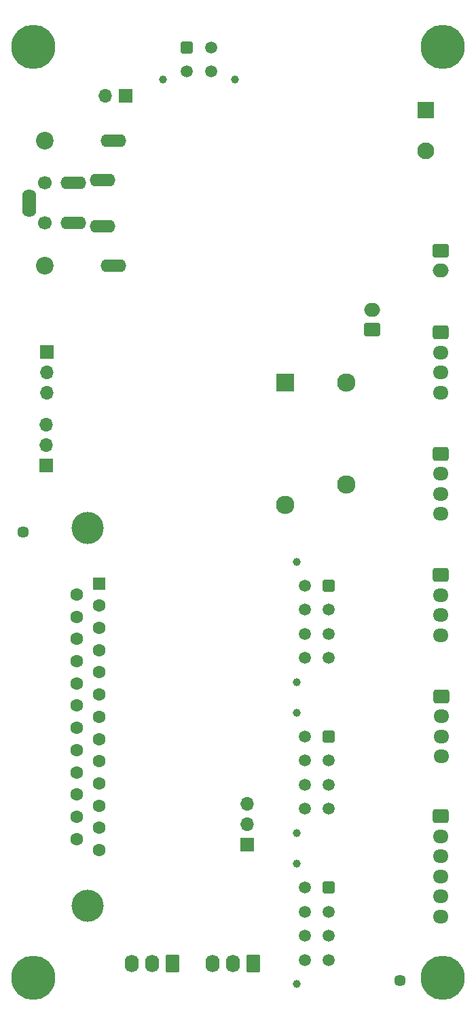
<source format=gbr>
%TF.GenerationSoftware,KiCad,Pcbnew,(6.0.4-0)*%
%TF.CreationDate,2022-05-22T20:42:40+12:00*%
%TF.ProjectId,controller,636f6e74-726f-46c6-9c65-722e6b696361,1.0*%
%TF.SameCoordinates,PX4900f70PY2ebae40*%
%TF.FileFunction,Soldermask,Bot*%
%TF.FilePolarity,Negative*%
%FSLAX46Y46*%
G04 Gerber Fmt 4.6, Leading zero omitted, Abs format (unit mm)*
G04 Created by KiCad (PCBNEW (6.0.4-0)) date 2022-05-22 20:42:40*
%MOMM*%
%LPD*%
G01*
G04 APERTURE LIST*
G04 Aperture macros list*
%AMRoundRect*
0 Rectangle with rounded corners*
0 $1 Rounding radius*
0 $2 $3 $4 $5 $6 $7 $8 $9 X,Y pos of 4 corners*
0 Add a 4 corners polygon primitive as box body*
4,1,4,$2,$3,$4,$5,$6,$7,$8,$9,$2,$3,0*
0 Add four circle primitives for the rounded corners*
1,1,$1+$1,$2,$3*
1,1,$1+$1,$4,$5*
1,1,$1+$1,$6,$7*
1,1,$1+$1,$8,$9*
0 Add four rect primitives between the rounded corners*
20,1,$1+$1,$2,$3,$4,$5,0*
20,1,$1+$1,$4,$5,$6,$7,0*
20,1,$1+$1,$6,$7,$8,$9,0*
20,1,$1+$1,$8,$9,$2,$3,0*%
G04 Aperture macros list end*
%ADD10C,1.000000*%
%ADD11RoundRect,0.250001X-0.499999X0.499999X-0.499999X-0.499999X0.499999X-0.499999X0.499999X0.499999X0*%
%ADD12C,1.500000*%
%ADD13R,1.700000X1.700000*%
%ADD14O,1.700000X1.700000*%
%ADD15R,2.100000X2.100000*%
%ADD16C,2.100000*%
%ADD17RoundRect,0.250001X-0.499999X-0.499999X0.499999X-0.499999X0.499999X0.499999X-0.499999X0.499999X0*%
%ADD18RoundRect,0.250000X-0.750000X0.600000X-0.750000X-0.600000X0.750000X-0.600000X0.750000X0.600000X0*%
%ADD19O,2.000000X1.700000*%
%ADD20RoundRect,0.250000X0.620000X0.845000X-0.620000X0.845000X-0.620000X-0.845000X0.620000X-0.845000X0*%
%ADD21O,1.740000X2.190000*%
%ADD22RoundRect,0.250000X-0.725000X0.600000X-0.725000X-0.600000X0.725000X-0.600000X0.725000X0.600000X0*%
%ADD23O,1.950000X1.700000*%
%ADD24RoundRect,0.250000X0.750000X-0.600000X0.750000X0.600000X-0.750000X0.600000X-0.750000X-0.600000X0*%
%ADD25C,5.500000*%
%ADD26C,2.300000*%
%ADD27R,2.300000X2.300000*%
%ADD28C,2.200000*%
%ADD29C,1.700000*%
%ADD30O,3.200000X1.600000*%
%ADD31O,1.750000X3.500000*%
%ADD32C,1.448000*%
%ADD33C,4.000000*%
%ADD34R,1.600000X1.600000*%
%ADD35C,1.600000*%
G04 APERTURE END LIST*
D10*
%TO.C,J12*%
X35871000Y-104790000D03*
X35871000Y-119790000D03*
D11*
X39811000Y-107790000D03*
D12*
X39811000Y-110790000D03*
X39811000Y-113790000D03*
X39811000Y-116790000D03*
X36811000Y-107790000D03*
X36811000Y-110790000D03*
X36811000Y-113790000D03*
X36811000Y-116790000D03*
%TD*%
D13*
%TO.C,JP4*%
X14500000Y-9150000D03*
D14*
X11960000Y-9150000D03*
%TD*%
D15*
%TO.C,J3*%
X51925000Y-10950000D03*
D16*
X51925000Y-16030000D03*
%TD*%
D10*
%TO.C,J2*%
X28150000Y-7060000D03*
X19150000Y-7060000D03*
D17*
X22150000Y-3120000D03*
D12*
X25150000Y-3120000D03*
X22150000Y-6120000D03*
X25150000Y-6120000D03*
%TD*%
D18*
%TO.C,J14*%
X53800000Y-28400000D03*
D19*
X53800000Y-30900000D03*
%TD*%
D13*
%TO.C,JP1*%
X29619000Y-102450000D03*
D14*
X29619000Y-99910000D03*
X29619000Y-97370000D03*
%TD*%
D20*
%TO.C,J16*%
X30400000Y-117250000D03*
D21*
X27860000Y-117250000D03*
X25320000Y-117250000D03*
%TD*%
D22*
%TO.C,J9*%
X53790000Y-68850000D03*
D23*
X53790000Y-71350000D03*
X53790000Y-73850000D03*
X53790000Y-76350000D03*
%TD*%
D24*
%TO.C,J13*%
X45250000Y-38300000D03*
D19*
X45250000Y-35800000D03*
%TD*%
D22*
%TO.C,J11*%
X53867500Y-83950000D03*
D23*
X53867500Y-86450000D03*
X53867500Y-88950000D03*
X53867500Y-91450000D03*
%TD*%
D25*
%TO.C,H4*%
X54000000Y-119000000D03*
%TD*%
D22*
%TO.C,J6*%
X53790000Y-53722000D03*
D23*
X53790000Y-56222000D03*
X53790000Y-58722000D03*
X53790000Y-61222000D03*
%TD*%
D22*
%TO.C,J5*%
X53790000Y-98896000D03*
D23*
X53790000Y-101396000D03*
X53790000Y-103896000D03*
X53790000Y-106396000D03*
X53790000Y-108896000D03*
X53790000Y-111396000D03*
%TD*%
D26*
%TO.C,K1*%
X42020000Y-44825000D03*
X42000000Y-57525000D03*
X34400000Y-60065000D03*
D27*
X34400000Y-44825000D03*
%TD*%
D10*
%TO.C,J10*%
X35871000Y-100972000D03*
X35871000Y-85972000D03*
D11*
X39811000Y-88972000D03*
D12*
X39811000Y-91972000D03*
X39811000Y-94972000D03*
X39811000Y-97972000D03*
X36811000Y-88972000D03*
X36811000Y-91972000D03*
X36811000Y-94972000D03*
X36811000Y-97972000D03*
%TD*%
D28*
%TO.C,J1*%
X4450000Y-30300000D03*
D29*
X4450000Y-25000000D03*
D28*
X4450000Y-14700000D03*
D29*
X4450000Y-20000000D03*
D30*
X11600000Y-25400000D03*
X7950000Y-25000000D03*
X7950000Y-20000000D03*
X11600000Y-19600000D03*
X12950000Y-14700000D03*
D31*
X2450000Y-22500000D03*
D30*
X12950000Y-30300000D03*
%TD*%
D13*
%TO.C,JP2*%
X4600000Y-55150000D03*
D14*
X4600000Y-52610000D03*
X4600000Y-50070000D03*
%TD*%
D10*
%TO.C,J7*%
X35871000Y-67176000D03*
X35871000Y-82176000D03*
D11*
X39811000Y-70176000D03*
D12*
X39811000Y-73176000D03*
X39811000Y-76176000D03*
X39811000Y-79176000D03*
X36811000Y-70176000D03*
X36811000Y-73176000D03*
X36811000Y-76176000D03*
X36811000Y-79176000D03*
%TD*%
D32*
%TO.C,TH2*%
X48710000Y-119380000D03*
%TD*%
D33*
%TO.C,J4*%
X9784331Y-110055000D03*
X9784331Y-62955000D03*
D34*
X11204331Y-69885000D03*
D35*
X11204331Y-72655000D03*
X11204331Y-75425000D03*
X11204331Y-78195000D03*
X11204331Y-80965000D03*
X11204331Y-83735000D03*
X11204331Y-86505000D03*
X11204331Y-89275000D03*
X11204331Y-92045000D03*
X11204331Y-94815000D03*
X11204331Y-97585000D03*
X11204331Y-100355000D03*
X11204331Y-103125000D03*
X8364331Y-71270000D03*
X8364331Y-74040000D03*
X8364331Y-76810000D03*
X8364331Y-79580000D03*
X8364331Y-82350000D03*
X8364331Y-85120000D03*
X8364331Y-87890000D03*
X8364331Y-90660000D03*
X8364331Y-93430000D03*
X8364331Y-96200000D03*
X8364331Y-98970000D03*
X8364331Y-101740000D03*
%TD*%
D20*
%TO.C,J17*%
X20350000Y-117250000D03*
D21*
X17810000Y-117250000D03*
X15270000Y-117250000D03*
%TD*%
D25*
%TO.C,H1*%
X3000000Y-3000000D03*
%TD*%
D22*
%TO.C,J8*%
X53790000Y-38600000D03*
D23*
X53790000Y-41100000D03*
X53790000Y-43600000D03*
X53790000Y-46100000D03*
%TD*%
D25*
%TO.C,H3*%
X3000000Y-119000000D03*
%TD*%
D32*
%TO.C,TH3*%
X1720000Y-63500000D03*
%TD*%
D25*
%TO.C,H2*%
X54000000Y-3000000D03*
%TD*%
D13*
%TO.C,JP3*%
X4650000Y-41075000D03*
D14*
X4650000Y-43615000D03*
X4650000Y-46155000D03*
%TD*%
M02*

</source>
